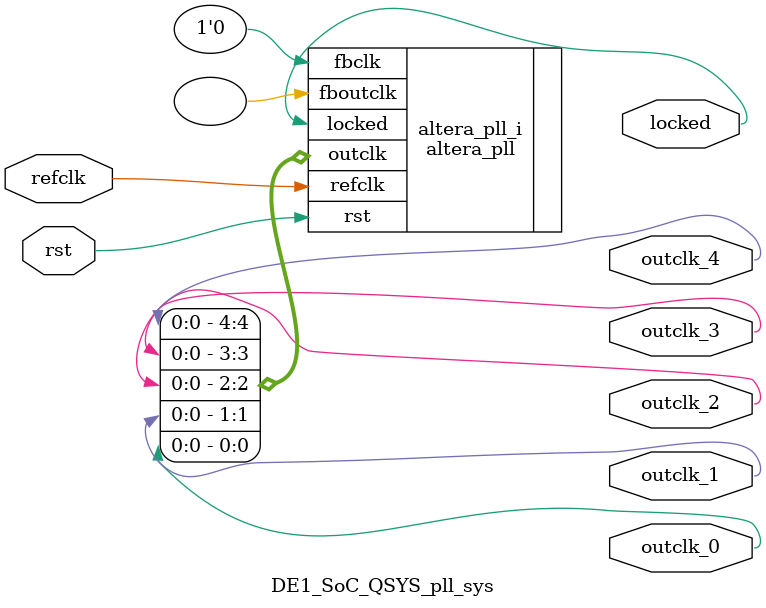
<source format=v>
`timescale 1ns/10ps
module  DE1_SoC_QSYS_pll_sys(

	// interface 'refclk'
	input wire refclk,

	// interface 'reset'
	input wire rst,

	// interface 'outclk0'
	output wire outclk_0,

	// interface 'outclk1'
	output wire outclk_1,

	// interface 'outclk2'
	output wire outclk_2,

	// interface 'outclk3'
	output wire outclk_3,

	// interface 'outclk4'
	output wire outclk_4,

	// interface 'locked'
	output wire locked
);

	altera_pll #(
		.fractional_vco_multiplier("false"),
		.reference_clock_frequency("50.0 MHz"),
		.operation_mode("normal"),
		.number_of_clocks(5),
		.output_clock_frequency0("130.000000 MHz"),
		.phase_shift0("0 ps"),
		.duty_cycle0(50),
		.output_clock_frequency1("130.000000 MHz"),
		.phase_shift1("5769 ps"),
		.duty_cycle1(50),
		.output_clock_frequency2("10.000000 MHz"),
		.phase_shift2("0 ps"),
		.duty_cycle2(50),
		.output_clock_frequency3("65.000000 MHz"),
		.phase_shift3("0 ps"),
		.duty_cycle3(50),
		.output_clock_frequency4("40.000000 MHz"),
		.phase_shift4("0 ps"),
		.duty_cycle4(50),
		.output_clock_frequency5("0 MHz"),
		.phase_shift5("0 ps"),
		.duty_cycle5(50),
		.output_clock_frequency6("0 MHz"),
		.phase_shift6("0 ps"),
		.duty_cycle6(50),
		.output_clock_frequency7("0 MHz"),
		.phase_shift7("0 ps"),
		.duty_cycle7(50),
		.output_clock_frequency8("0 MHz"),
		.phase_shift8("0 ps"),
		.duty_cycle8(50),
		.output_clock_frequency9("0 MHz"),
		.phase_shift9("0 ps"),
		.duty_cycle9(50),
		.output_clock_frequency10("0 MHz"),
		.phase_shift10("0 ps"),
		.duty_cycle10(50),
		.output_clock_frequency11("0 MHz"),
		.phase_shift11("0 ps"),
		.duty_cycle11(50),
		.output_clock_frequency12("0 MHz"),
		.phase_shift12("0 ps"),
		.duty_cycle12(50),
		.output_clock_frequency13("0 MHz"),
		.phase_shift13("0 ps"),
		.duty_cycle13(50),
		.output_clock_frequency14("0 MHz"),
		.phase_shift14("0 ps"),
		.duty_cycle14(50),
		.output_clock_frequency15("0 MHz"),
		.phase_shift15("0 ps"),
		.duty_cycle15(50),
		.output_clock_frequency16("0 MHz"),
		.phase_shift16("0 ps"),
		.duty_cycle16(50),
		.output_clock_frequency17("0 MHz"),
		.phase_shift17("0 ps"),
		.duty_cycle17(50),
		.pll_type("General"),
		.pll_subtype("General")
	) altera_pll_i (
		.rst	(rst),
		.outclk	({outclk_4, outclk_3, outclk_2, outclk_1, outclk_0}),
		.locked	(locked),
		.fboutclk	( ),
		.fbclk	(1'b0),
		.refclk	(refclk)
	);
endmodule


</source>
